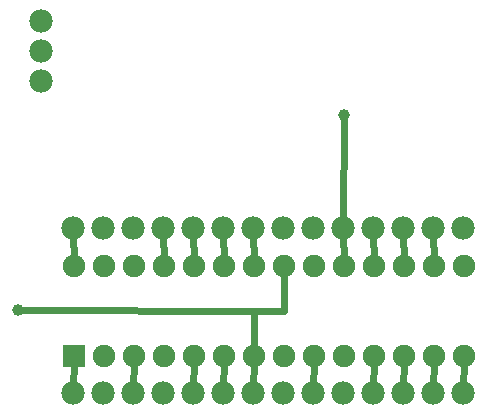
<source format=gbl>
G04 MADE WITH FRITZING*
G04 WWW.FRITZING.ORG*
G04 DOUBLE SIDED*
G04 HOLES PLATED*
G04 CONTOUR ON CENTER OF CONTOUR VECTOR*
%ASAXBY*%
%FSLAX23Y23*%
%MOIN*%
%OFA0B0*%
%SFA1.0B1.0*%
%ADD10C,0.078000*%
%ADD11C,0.039370*%
%ADD12C,0.075000*%
%ADD13R,0.075000X0.075000*%
%ADD14C,0.024000*%
%LNCOPPER0*%
G90*
G70*
G54D10*
X129Y1312D03*
X129Y1212D03*
X129Y1112D03*
G54D11*
X1137Y1001D03*
X50Y350D03*
G54D12*
X238Y197D03*
X238Y497D03*
X338Y197D03*
X338Y497D03*
X438Y197D03*
X438Y497D03*
X538Y197D03*
X538Y497D03*
X638Y197D03*
X638Y497D03*
X738Y197D03*
X738Y497D03*
X838Y197D03*
X838Y497D03*
X938Y197D03*
X938Y497D03*
X1038Y197D03*
X1038Y497D03*
X1138Y197D03*
X1138Y497D03*
X1238Y197D03*
X1238Y497D03*
X1338Y197D03*
X1338Y497D03*
X1438Y197D03*
X1438Y497D03*
X1538Y197D03*
X1538Y497D03*
G54D10*
X235Y622D03*
X335Y622D03*
X435Y622D03*
X535Y622D03*
X635Y622D03*
X735Y622D03*
X835Y622D03*
X935Y622D03*
X1035Y622D03*
X1135Y622D03*
X1235Y622D03*
X1335Y622D03*
X1435Y622D03*
X1535Y622D03*
X235Y72D03*
X335Y72D03*
X435Y72D03*
X535Y72D03*
X635Y72D03*
X735Y72D03*
X835Y72D03*
X935Y72D03*
X1035Y72D03*
X1135Y72D03*
X1235Y72D03*
X1335Y72D03*
X1435Y72D03*
X1535Y72D03*
G54D13*
X238Y197D03*
G54D14*
X1137Y982D02*
X1135Y652D01*
D02*
X69Y350D02*
X838Y347D01*
D02*
X1438Y168D02*
X1436Y102D01*
D02*
X1236Y592D02*
X1238Y526D01*
D02*
X736Y592D02*
X738Y526D01*
D02*
X236Y592D02*
X238Y526D01*
D02*
X636Y592D02*
X638Y526D01*
D02*
X536Y592D02*
X538Y526D01*
D02*
X1138Y526D02*
X1136Y592D01*
D02*
X1338Y526D02*
X1336Y592D01*
D02*
X1238Y168D02*
X1236Y102D01*
D02*
X1438Y526D02*
X1436Y592D01*
D02*
X1338Y168D02*
X1336Y102D01*
D02*
X736Y102D02*
X738Y168D01*
D02*
X1536Y102D02*
X1538Y168D01*
D02*
X636Y102D02*
X638Y168D01*
D02*
X436Y102D02*
X438Y168D01*
D02*
X1038Y168D02*
X1036Y102D01*
D02*
X236Y102D02*
X238Y168D01*
D02*
X838Y347D02*
X938Y347D01*
D02*
X938Y347D02*
X938Y468D01*
D02*
X838Y226D02*
X838Y347D01*
D02*
X836Y102D02*
X838Y168D01*
D02*
X836Y592D02*
X838Y526D01*
G04 End of Copper0*
M02*
</source>
